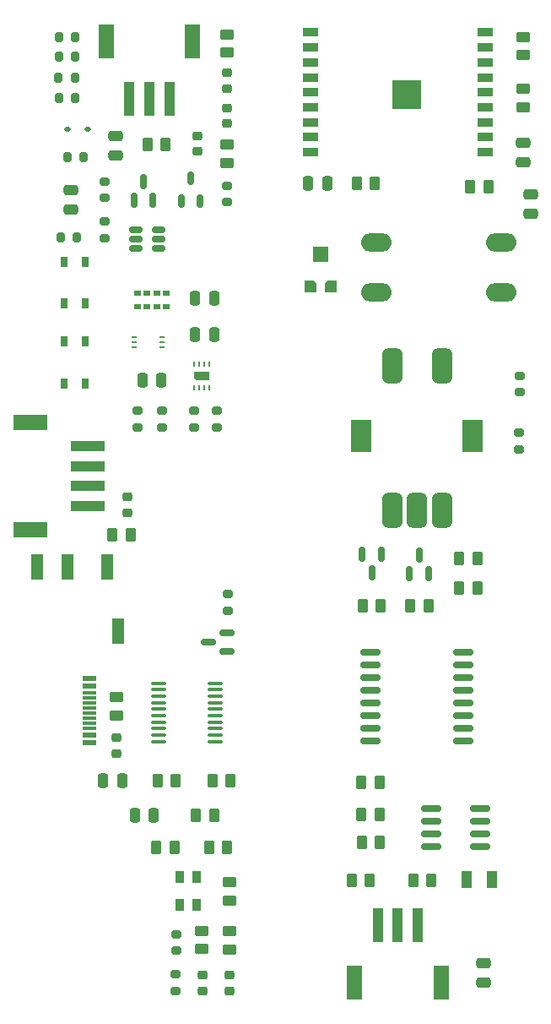
<source format=gtp>
G04 #@! TF.GenerationSoftware,KiCad,Pcbnew,7.0.7*
G04 #@! TF.CreationDate,2024-01-09T19:06:28-05:00*
G04 #@! TF.ProjectId,sensor_node,73656e73-6f72-45f6-9e6f-64652e6b6963,rev?*
G04 #@! TF.SameCoordinates,Original*
G04 #@! TF.FileFunction,Paste,Top*
G04 #@! TF.FilePolarity,Positive*
%FSLAX46Y46*%
G04 Gerber Fmt 4.6, Leading zero omitted, Abs format (unit mm)*
G04 Created by KiCad (PCBNEW 7.0.7) date 2024-01-09 19:06:28*
%MOMM*%
%LPD*%
G01*
G04 APERTURE LIST*
G04 Aperture macros list*
%AMRoundRect*
0 Rectangle with rounded corners*
0 $1 Rounding radius*
0 $2 $3 $4 $5 $6 $7 $8 $9 X,Y pos of 4 corners*
0 Add a 4 corners polygon primitive as box body*
4,1,4,$2,$3,$4,$5,$6,$7,$8,$9,$2,$3,0*
0 Add four circle primitives for the rounded corners*
1,1,$1+$1,$2,$3*
1,1,$1+$1,$4,$5*
1,1,$1+$1,$6,$7*
1,1,$1+$1,$8,$9*
0 Add four rect primitives between the rounded corners*
20,1,$1+$1,$2,$3,$4,$5,0*
20,1,$1+$1,$4,$5,$6,$7,0*
20,1,$1+$1,$6,$7,$8,$9,0*
20,1,$1+$1,$8,$9,$2,$3,0*%
%AMFreePoly0*
4,1,6,0.450000,-0.800000,-0.450000,-0.800000,-0.450000,0.530000,-0.180000,0.800000,0.450000,0.800000,0.450000,-0.800000,0.450000,-0.800000,$1*%
G04 Aperture macros list end*
%ADD10R,1.500000X0.900000*%
%ADD11R,2.890000X2.950000*%
%ADD12R,1.000000X1.800000*%
%ADD13R,0.550000X0.250000*%
%ADD14RoundRect,0.150000X-0.875000X-0.150000X0.875000X-0.150000X0.875000X0.150000X-0.875000X0.150000X0*%
%ADD15RoundRect,0.150000X0.825000X0.150000X-0.825000X0.150000X-0.825000X-0.150000X0.825000X-0.150000X0*%
%ADD16R,0.250000X0.550000*%
%ADD17FreePoly0,90.000000*%
%ADD18R,0.720000X0.600000*%
%ADD19RoundRect,0.250000X0.475000X-0.250000X0.475000X0.250000X-0.475000X0.250000X-0.475000X-0.250000X0*%
%ADD20R,1.450000X0.600000*%
%ADD21R,1.450000X0.300000*%
%ADD22RoundRect,0.250000X-0.475000X0.250000X-0.475000X-0.250000X0.475000X-0.250000X0.475000X0.250000X0*%
%ADD23RoundRect,0.250000X-0.262500X-0.450000X0.262500X-0.450000X0.262500X0.450000X-0.262500X0.450000X0*%
%ADD24RoundRect,0.250000X0.250000X0.475000X-0.250000X0.475000X-0.250000X-0.475000X0.250000X-0.475000X0*%
%ADD25RoundRect,0.250000X-0.250000X-0.475000X0.250000X-0.475000X0.250000X0.475000X-0.250000X0.475000X0*%
%ADD26RoundRect,0.200000X-0.275000X0.200000X-0.275000X-0.200000X0.275000X-0.200000X0.275000X0.200000X0*%
%ADD27RoundRect,0.200000X0.275000X-0.200000X0.275000X0.200000X-0.275000X0.200000X-0.275000X-0.200000X0*%
%ADD28RoundRect,0.250000X0.262500X0.450000X-0.262500X0.450000X-0.262500X-0.450000X0.262500X-0.450000X0*%
%ADD29RoundRect,0.250000X-0.450000X0.262500X-0.450000X-0.262500X0.450000X-0.262500X0.450000X0.262500X0*%
%ADD30RoundRect,0.250000X0.450000X-0.262500X0.450000X0.262500X-0.450000X0.262500X-0.450000X-0.262500X0*%
%ADD31RoundRect,0.218750X0.256250X-0.218750X0.256250X0.218750X-0.256250X0.218750X-0.256250X-0.218750X0*%
%ADD32RoundRect,0.218750X-0.256250X0.218750X-0.256250X-0.218750X0.256250X-0.218750X0.256250X0.218750X0*%
%ADD33O,3.048000X1.850000*%
%ADD34RoundRect,0.500000X0.500000X-1.250000X0.500000X1.250000X-0.500000X1.250000X-0.500000X-1.250000X0*%
%ADD35R,2.000000X3.200000*%
%ADD36RoundRect,0.150000X-0.150000X0.587500X-0.150000X-0.587500X0.150000X-0.587500X0.150000X0.587500X0*%
%ADD37RoundRect,0.150000X0.150000X-0.587500X0.150000X0.587500X-0.150000X0.587500X-0.150000X-0.587500X0*%
%ADD38RoundRect,0.200000X-0.200000X-0.275000X0.200000X-0.275000X0.200000X0.275000X-0.200000X0.275000X0*%
%ADD39R,1.200000X2.500000*%
%ADD40R,1.600000X1.500000*%
%ADD41R,0.900000X1.200000*%
%ADD42RoundRect,0.112500X0.187500X0.112500X-0.187500X0.112500X-0.187500X-0.112500X0.187500X-0.112500X0*%
%ADD43R,1.000000X3.500000*%
%ADD44R,1.500000X3.400000*%
%ADD45R,0.650000X1.050000*%
%ADD46RoundRect,0.200000X0.200000X0.275000X-0.200000X0.275000X-0.200000X-0.275000X0.200000X-0.275000X0*%
%ADD47RoundRect,0.100000X-0.637500X-0.100000X0.637500X-0.100000X0.637500X0.100000X-0.637500X0.100000X0*%
%ADD48RoundRect,0.150000X0.512500X0.150000X-0.512500X0.150000X-0.512500X-0.150000X0.512500X-0.150000X0*%
%ADD49RoundRect,0.150000X0.150000X-0.512500X0.150000X0.512500X-0.150000X0.512500X-0.150000X-0.512500X0*%
%ADD50RoundRect,0.150000X0.587500X0.150000X-0.587500X0.150000X-0.587500X-0.150000X0.587500X-0.150000X0*%
%ADD51R,3.500000X1.000000*%
%ADD52R,3.400000X1.500000*%
G04 APERTURE END LIST*
G36*
X176100000Y-69500000D02*
G01*
X176100000Y-70400000D01*
X174900000Y-70400000D01*
X174900000Y-69200000D01*
X175800000Y-69200000D01*
X176100000Y-69500000D01*
G37*
G36*
X178100000Y-70400000D02*
G01*
X176900000Y-70400000D01*
X176900000Y-69500000D01*
X177200000Y-69200000D01*
X178100000Y-69200000D01*
X178100000Y-70400000D01*
G37*
D10*
X175450000Y-44350000D03*
X175450000Y-45850000D03*
X175450000Y-47350000D03*
X175450000Y-48850000D03*
X175450000Y-50350000D03*
X175450000Y-51850000D03*
X175450000Y-53350000D03*
X175450000Y-54850000D03*
X175450000Y-56350000D03*
X192950000Y-56350000D03*
X192950000Y-54850000D03*
X192950000Y-53350000D03*
X192950000Y-51850000D03*
X192950000Y-50350000D03*
X192950000Y-48850000D03*
X192950000Y-47350000D03*
X192950000Y-45850000D03*
X192950000Y-44350000D03*
D11*
X185155000Y-50575000D03*
D12*
X191150000Y-129250000D03*
X193650000Y-129250000D03*
D13*
X157800000Y-74900000D03*
X157800000Y-75400000D03*
X157800000Y-75900000D03*
X160550000Y-75900000D03*
X160550000Y-75400000D03*
X160550000Y-74900000D03*
D14*
X181500000Y-106450000D03*
X181500000Y-107720000D03*
X181500000Y-108990000D03*
X181500000Y-110260000D03*
X181500000Y-111530000D03*
X181500000Y-112800000D03*
X181500000Y-114070000D03*
X181500000Y-115340000D03*
X190800000Y-115340000D03*
X190800000Y-114070000D03*
X190800000Y-112800000D03*
X190800000Y-111530000D03*
X190800000Y-110260000D03*
X190800000Y-108990000D03*
X190800000Y-107720000D03*
X190800000Y-106450000D03*
D15*
X192500000Y-125900000D03*
X192500000Y-124630000D03*
X192500000Y-123360000D03*
X192500000Y-122090000D03*
X187550000Y-122090000D03*
X187550000Y-123360000D03*
X187550000Y-124630000D03*
X187550000Y-125900000D03*
D16*
X163800000Y-77600000D03*
X164300000Y-77600000D03*
X164800000Y-77600000D03*
X165300000Y-77600000D03*
X165300000Y-79950000D03*
X164800000Y-79950000D03*
X164300000Y-79950000D03*
X163800000Y-79950000D03*
D17*
X164550000Y-78775000D03*
D18*
X158110000Y-71850000D03*
X159080000Y-71850000D03*
X160050000Y-71850000D03*
X161020000Y-71850000D03*
X161020000Y-70450000D03*
X160050000Y-70450000D03*
X159080000Y-70450000D03*
X158110000Y-70450000D03*
D19*
X197550000Y-60600000D03*
X197550000Y-62500000D03*
D20*
X153310000Y-109050000D03*
X153310000Y-109850000D03*
D21*
X153310000Y-111050000D03*
X153310000Y-112050000D03*
X153310000Y-112550000D03*
X153310000Y-113550000D03*
D20*
X153310000Y-114750000D03*
X153310000Y-115550000D03*
X153310000Y-115550000D03*
X153310000Y-114750000D03*
D21*
X153310000Y-114050000D03*
X153310000Y-113050000D03*
X153310000Y-111550000D03*
X153310000Y-110550000D03*
D20*
X153310000Y-109850000D03*
X153310000Y-109050000D03*
D22*
X192800000Y-137650000D03*
X192800000Y-139550000D03*
D23*
X163987500Y-122800000D03*
X165812500Y-122800000D03*
X165625000Y-119300000D03*
X167450000Y-119300000D03*
D24*
X156550000Y-119300000D03*
X154650000Y-119300000D03*
D25*
X158597500Y-79212500D03*
X160497500Y-79212500D03*
X163900000Y-74600000D03*
X165800000Y-74600000D03*
X163900000Y-71000000D03*
X165800000Y-71000000D03*
D22*
X151400000Y-60162500D03*
X151400000Y-62062500D03*
D25*
X157850000Y-122800000D03*
X159750000Y-122800000D03*
D22*
X196800000Y-57350000D03*
X196800000Y-55450000D03*
X155900000Y-54762500D03*
X155900000Y-56662500D03*
D24*
X177117500Y-59475000D03*
X175217500Y-59475000D03*
D26*
X196400000Y-84475000D03*
X196400000Y-86125000D03*
D27*
X196500000Y-80425000D03*
X196500000Y-78775000D03*
D28*
X182450000Y-125550000D03*
X180625000Y-125550000D03*
D23*
X193312500Y-59800000D03*
X191487500Y-59800000D03*
X181925000Y-59500000D03*
X180100000Y-59500000D03*
D29*
X196800000Y-51850000D03*
X196800000Y-50025000D03*
D23*
X165287500Y-126000000D03*
X167112500Y-126000000D03*
D30*
X167300000Y-131350000D03*
X167300000Y-129525000D03*
D28*
X182412500Y-122700000D03*
X180587500Y-122700000D03*
X187612500Y-129300000D03*
X185787500Y-129300000D03*
X182412500Y-119500000D03*
X180587500Y-119500000D03*
D23*
X160125000Y-119300000D03*
X161950000Y-119300000D03*
D28*
X179587500Y-129300000D03*
X181412500Y-129300000D03*
D30*
X156000000Y-112800000D03*
X156000000Y-110975000D03*
D28*
X157425000Y-94700000D03*
X155600000Y-94700000D03*
D31*
X155970000Y-116622500D03*
X155970000Y-115047500D03*
D32*
X157100000Y-90912500D03*
X157100000Y-92487500D03*
D30*
X196800000Y-44800000D03*
X196800000Y-46625000D03*
D33*
X182087500Y-65400000D03*
X194587500Y-65400000D03*
X182087500Y-70400000D03*
X194587500Y-70400000D03*
D34*
X183637500Y-92250000D03*
X188637500Y-92250000D03*
X186137500Y-92250000D03*
D35*
X180537500Y-84750000D03*
X191737500Y-84750000D03*
D34*
X188637500Y-77750000D03*
X183637500Y-77750000D03*
D36*
X181612500Y-98533750D03*
X180662500Y-96658750D03*
X182562500Y-96658750D03*
D28*
X187288750Y-101823750D03*
X185463750Y-101823750D03*
D23*
X182512500Y-101800000D03*
X180687500Y-101800000D03*
D37*
X186362500Y-96696250D03*
X187312500Y-98571250D03*
X185412500Y-98571250D03*
D23*
X190387500Y-100000000D03*
X192212500Y-100000000D03*
D28*
X190400000Y-97100000D03*
X192225000Y-97100000D03*
D23*
X161800000Y-126000000D03*
X159975000Y-126000000D03*
D29*
X167090000Y-46385000D03*
X167090000Y-44560000D03*
D38*
X151850000Y-46812500D03*
X150200000Y-46812500D03*
D26*
X167100000Y-59687500D03*
X167100000Y-61337500D03*
D39*
X148044250Y-97887500D03*
X151044250Y-97887500D03*
X155044250Y-97887500D03*
X156144250Y-104387500D03*
D27*
X166072500Y-83937500D03*
X166072500Y-82287500D03*
X167140000Y-102300000D03*
X167140000Y-100650000D03*
D26*
X154800000Y-59287500D03*
X154800000Y-60937500D03*
D28*
X159087500Y-55622500D03*
X160912500Y-55622500D03*
D30*
X167300000Y-136237500D03*
X167300000Y-134412500D03*
D26*
X154800000Y-63287500D03*
X154800000Y-64937500D03*
D40*
X176500000Y-66550000D03*
D26*
X163772500Y-82262500D03*
X163772500Y-83912500D03*
X162000000Y-134737500D03*
X162000000Y-136387500D03*
D37*
X157773344Y-61199448D03*
X159673344Y-61199448D03*
X158723344Y-59324448D03*
D27*
X158072500Y-82262500D03*
X158072500Y-83912500D03*
D41*
X162300000Y-131800000D03*
X162300000Y-129000000D03*
X164000000Y-129000000D03*
X164000000Y-131800000D03*
D42*
X153150000Y-54062500D03*
X151050000Y-54062500D03*
D43*
X161300000Y-51012500D03*
X159300000Y-51012500D03*
X157300000Y-51012500D03*
D44*
X163650000Y-45262500D03*
X154950000Y-45262500D03*
D26*
X160572500Y-83912500D03*
X160572500Y-82262500D03*
D45*
X150750000Y-79500000D03*
X150750000Y-75350000D03*
X152900000Y-79500000D03*
X152900000Y-75350000D03*
D38*
X151850000Y-50912500D03*
X150200000Y-50912500D03*
D46*
X151825000Y-48912500D03*
X150175000Y-48912500D03*
D27*
X161900000Y-140412500D03*
X161900000Y-138762500D03*
D47*
X160212500Y-109565685D03*
X160212500Y-110215685D03*
X160212500Y-110865685D03*
X160212500Y-111515685D03*
X160212500Y-112165685D03*
X160212500Y-112815685D03*
X160212500Y-113465685D03*
X160212500Y-114115685D03*
X160212500Y-114765685D03*
X160212500Y-115415685D03*
X165937500Y-115415685D03*
X165937500Y-114765685D03*
X165937500Y-114115685D03*
X165937500Y-113465685D03*
X165937500Y-112815685D03*
X165937500Y-112165685D03*
X165937500Y-111515685D03*
X165937500Y-110865685D03*
X165937500Y-110215685D03*
X165937500Y-109565685D03*
D45*
X152900000Y-67350000D03*
X152900000Y-71500000D03*
X150750000Y-67350000D03*
X150750000Y-71500000D03*
D38*
X152725000Y-56862500D03*
X151075000Y-56862500D03*
D29*
X164530000Y-136200000D03*
X164530000Y-134375000D03*
D48*
X160200000Y-66012500D03*
X160200000Y-65062500D03*
X160200000Y-64112500D03*
X157925000Y-64112500D03*
X157925000Y-65062500D03*
X157925000Y-66012500D03*
D49*
X162500000Y-61212500D03*
X164400000Y-61212500D03*
X163450000Y-58937500D03*
D32*
X167100000Y-53500000D03*
X167100000Y-51925000D03*
D50*
X167100000Y-106400000D03*
X167100000Y-104500000D03*
X165225000Y-105450000D03*
D43*
X182200000Y-133825000D03*
X184200000Y-133825000D03*
X186200000Y-133825000D03*
D44*
X179850000Y-139575000D03*
X188550000Y-139575000D03*
D51*
X153075000Y-85800000D03*
X153075000Y-87800000D03*
X153075000Y-89800000D03*
X153075000Y-91800000D03*
D52*
X147325000Y-83450000D03*
X147325000Y-94150000D03*
D32*
X167300000Y-138812500D03*
X167300000Y-140387500D03*
D31*
X167090000Y-48425000D03*
X167090000Y-50000000D03*
D32*
X164100000Y-56300000D03*
X164100000Y-54725000D03*
D46*
X150200000Y-44812500D03*
X151850000Y-44812500D03*
X150375000Y-64912500D03*
X152025000Y-64912500D03*
D31*
X164600000Y-140385000D03*
X164600000Y-138810000D03*
D30*
X167100000Y-57425000D03*
X167100000Y-55600000D03*
M02*

</source>
